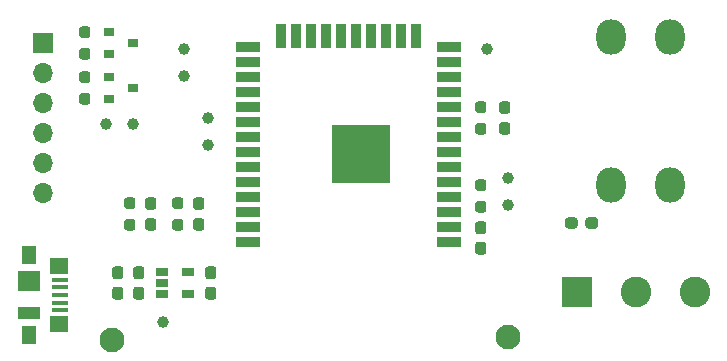
<source format=gts>
%TF.GenerationSoftware,KiCad,Pcbnew,(5.1.10)-1*%
%TF.CreationDate,2021-09-30T00:23:06-04:00*%
%TF.ProjectId,soil_sensor,736f696c-5f73-4656-9e73-6f722e6b6963,rev?*%
%TF.SameCoordinates,Original*%
%TF.FileFunction,Soldermask,Top*%
%TF.FilePolarity,Negative*%
%FSLAX46Y46*%
G04 Gerber Fmt 4.6, Leading zero omitted, Abs format (unit mm)*
G04 Created by KiCad (PCBNEW (5.1.10)-1) date 2021-09-30 00:23:06*
%MOMM*%
%LPD*%
G01*
G04 APERTURE LIST*
%ADD10R,0.900000X0.800000*%
%ADD11C,2.100000*%
%ADD12C,1.000000*%
%ADD13O,1.700000X1.700000*%
%ADD14R,1.700000X1.700000*%
%ADD15R,1.060000X0.650000*%
%ADD16R,2.000000X0.900000*%
%ADD17R,0.900000X2.000000*%
%ADD18R,5.000000X5.000000*%
%ADD19O,2.500000X3.000000*%
%ADD20C,2.600000*%
%ADD21R,2.600000X2.600000*%
%ADD22R,1.900000X1.000000*%
%ADD23R,1.900000X1.800000*%
%ADD24R,1.300000X1.650000*%
%ADD25R,1.550000X1.425000*%
%ADD26R,1.380000X0.450000*%
G04 APERTURE END LIST*
D10*
%TO.C,Q2*%
X133334000Y-110744000D03*
X131334000Y-111694000D03*
X131334000Y-109794000D03*
%TD*%
D11*
%TO.C,H2*%
X165100000Y-131826000D03*
%TD*%
%TO.C,H1*%
X131572000Y-132080000D03*
%TD*%
D12*
%TO.C,TP10*%
X163322000Y-107442000D03*
%TD*%
%TO.C,TP9*%
X165100000Y-120650000D03*
%TD*%
%TO.C,TP8*%
X137668000Y-109728000D03*
%TD*%
%TO.C,TP7*%
X131064000Y-113792000D03*
%TD*%
%TO.C,TP6*%
X133350000Y-113792000D03*
%TD*%
%TO.C,TP5*%
X137668000Y-107442000D03*
%TD*%
%TO.C,TP4*%
X139700000Y-113284000D03*
%TD*%
%TO.C,TP3*%
X139700000Y-115570000D03*
%TD*%
%TO.C,TP2*%
X165100000Y-118364000D03*
%TD*%
%TO.C,TP1*%
X135890000Y-130556000D03*
%TD*%
D10*
%TO.C,Q1*%
X133334000Y-106934000D03*
X131334000Y-107884000D03*
X131334000Y-105984000D03*
%TD*%
D13*
%TO.C,J3*%
X125730000Y-119634000D03*
X125730000Y-117094000D03*
X125730000Y-114554000D03*
X125730000Y-112014000D03*
X125730000Y-109474000D03*
D14*
X125730000Y-106934000D03*
%TD*%
%TO.C,C2*%
G36*
G01*
X132317500Y-126929000D02*
X131842500Y-126929000D01*
G75*
G02*
X131605000Y-126691500I0J237500D01*
G01*
X131605000Y-126091500D01*
G75*
G02*
X131842500Y-125854000I237500J0D01*
G01*
X132317500Y-125854000D01*
G75*
G02*
X132555000Y-126091500I0J-237500D01*
G01*
X132555000Y-126691500D01*
G75*
G02*
X132317500Y-126929000I-237500J0D01*
G01*
G37*
G36*
G01*
X132317500Y-128654000D02*
X131842500Y-128654000D01*
G75*
G02*
X131605000Y-128416500I0J237500D01*
G01*
X131605000Y-127816500D01*
G75*
G02*
X131842500Y-127579000I237500J0D01*
G01*
X132317500Y-127579000D01*
G75*
G02*
X132555000Y-127816500I0J-237500D01*
G01*
X132555000Y-128416500D01*
G75*
G02*
X132317500Y-128654000I-237500J0D01*
G01*
G37*
%TD*%
D15*
%TO.C,U3*%
X138006000Y-126304000D03*
X138006000Y-128204000D03*
X135806000Y-128204000D03*
X135806000Y-127254000D03*
X135806000Y-126304000D03*
%TD*%
D16*
%TO.C,U1*%
X143138000Y-123825000D03*
X143138000Y-122555000D03*
X143138000Y-121285000D03*
X143138000Y-120015000D03*
X143138000Y-118745000D03*
X143138000Y-117475000D03*
X143138000Y-116205000D03*
X143138000Y-114935000D03*
X143138000Y-113665000D03*
X143138000Y-112395000D03*
X143138000Y-111125000D03*
X143138000Y-109855000D03*
X143138000Y-108585000D03*
X143138000Y-107315000D03*
D17*
X145923000Y-106315000D03*
X147193000Y-106315000D03*
X148463000Y-106315000D03*
X149733000Y-106315000D03*
X151003000Y-106315000D03*
X152273000Y-106315000D03*
X153543000Y-106315000D03*
X154813000Y-106315000D03*
X156083000Y-106315000D03*
X157353000Y-106315000D03*
D16*
X160138000Y-107315000D03*
X160138000Y-108585000D03*
X160138000Y-109855000D03*
X160138000Y-111125000D03*
X160138000Y-112395000D03*
X160138000Y-113665000D03*
X160138000Y-114935000D03*
X160138000Y-116205000D03*
X160138000Y-117475000D03*
X160138000Y-118745000D03*
X160138000Y-120015000D03*
X160138000Y-121285000D03*
X160138000Y-122555000D03*
X160138000Y-123825000D03*
D18*
X152638000Y-116325000D03*
%TD*%
D19*
%TO.C,SW1*%
X173816000Y-106426000D03*
X178816000Y-106426000D03*
X173816000Y-118926000D03*
X178816000Y-118926000D03*
%TD*%
%TO.C,R6*%
G36*
G01*
X163051500Y-112859000D02*
X162576500Y-112859000D01*
G75*
G02*
X162339000Y-112621500I0J237500D01*
G01*
X162339000Y-112121500D01*
G75*
G02*
X162576500Y-111884000I237500J0D01*
G01*
X163051500Y-111884000D01*
G75*
G02*
X163289000Y-112121500I0J-237500D01*
G01*
X163289000Y-112621500D01*
G75*
G02*
X163051500Y-112859000I-237500J0D01*
G01*
G37*
G36*
G01*
X163051500Y-114684000D02*
X162576500Y-114684000D01*
G75*
G02*
X162339000Y-114446500I0J237500D01*
G01*
X162339000Y-113946500D01*
G75*
G02*
X162576500Y-113709000I237500J0D01*
G01*
X163051500Y-113709000D01*
G75*
G02*
X163289000Y-113946500I0J-237500D01*
G01*
X163289000Y-114446500D01*
G75*
G02*
X163051500Y-114684000I-237500J0D01*
G01*
G37*
%TD*%
%TO.C,R5*%
G36*
G01*
X137397500Y-120987000D02*
X136922500Y-120987000D01*
G75*
G02*
X136685000Y-120749500I0J237500D01*
G01*
X136685000Y-120249500D01*
G75*
G02*
X136922500Y-120012000I237500J0D01*
G01*
X137397500Y-120012000D01*
G75*
G02*
X137635000Y-120249500I0J-237500D01*
G01*
X137635000Y-120749500D01*
G75*
G02*
X137397500Y-120987000I-237500J0D01*
G01*
G37*
G36*
G01*
X137397500Y-122812000D02*
X136922500Y-122812000D01*
G75*
G02*
X136685000Y-122574500I0J237500D01*
G01*
X136685000Y-122074500D01*
G75*
G02*
X136922500Y-121837000I237500J0D01*
G01*
X137397500Y-121837000D01*
G75*
G02*
X137635000Y-122074500I0J-237500D01*
G01*
X137635000Y-122574500D01*
G75*
G02*
X137397500Y-122812000I-237500J0D01*
G01*
G37*
%TD*%
%TO.C,R4*%
G36*
G01*
X133333500Y-120987000D02*
X132858500Y-120987000D01*
G75*
G02*
X132621000Y-120749500I0J237500D01*
G01*
X132621000Y-120249500D01*
G75*
G02*
X132858500Y-120012000I237500J0D01*
G01*
X133333500Y-120012000D01*
G75*
G02*
X133571000Y-120249500I0J-237500D01*
G01*
X133571000Y-120749500D01*
G75*
G02*
X133333500Y-120987000I-237500J0D01*
G01*
G37*
G36*
G01*
X133333500Y-122812000D02*
X132858500Y-122812000D01*
G75*
G02*
X132621000Y-122574500I0J237500D01*
G01*
X132621000Y-122074500D01*
G75*
G02*
X132858500Y-121837000I237500J0D01*
G01*
X133333500Y-121837000D01*
G75*
G02*
X133571000Y-122074500I0J-237500D01*
G01*
X133571000Y-122574500D01*
G75*
G02*
X133333500Y-122812000I-237500J0D01*
G01*
G37*
%TD*%
%TO.C,R3*%
G36*
G01*
X162576500Y-120313000D02*
X163051500Y-120313000D01*
G75*
G02*
X163289000Y-120550500I0J-237500D01*
G01*
X163289000Y-121050500D01*
G75*
G02*
X163051500Y-121288000I-237500J0D01*
G01*
X162576500Y-121288000D01*
G75*
G02*
X162339000Y-121050500I0J237500D01*
G01*
X162339000Y-120550500D01*
G75*
G02*
X162576500Y-120313000I237500J0D01*
G01*
G37*
G36*
G01*
X162576500Y-118488000D02*
X163051500Y-118488000D01*
G75*
G02*
X163289000Y-118725500I0J-237500D01*
G01*
X163289000Y-119225500D01*
G75*
G02*
X163051500Y-119463000I-237500J0D01*
G01*
X162576500Y-119463000D01*
G75*
G02*
X162339000Y-119225500I0J237500D01*
G01*
X162339000Y-118725500D01*
G75*
G02*
X162576500Y-118488000I237500J0D01*
G01*
G37*
%TD*%
%TO.C,R2*%
G36*
G01*
X129523500Y-110319000D02*
X129048500Y-110319000D01*
G75*
G02*
X128811000Y-110081500I0J237500D01*
G01*
X128811000Y-109581500D01*
G75*
G02*
X129048500Y-109344000I237500J0D01*
G01*
X129523500Y-109344000D01*
G75*
G02*
X129761000Y-109581500I0J-237500D01*
G01*
X129761000Y-110081500D01*
G75*
G02*
X129523500Y-110319000I-237500J0D01*
G01*
G37*
G36*
G01*
X129523500Y-112144000D02*
X129048500Y-112144000D01*
G75*
G02*
X128811000Y-111906500I0J237500D01*
G01*
X128811000Y-111406500D01*
G75*
G02*
X129048500Y-111169000I237500J0D01*
G01*
X129523500Y-111169000D01*
G75*
G02*
X129761000Y-111406500I0J-237500D01*
G01*
X129761000Y-111906500D01*
G75*
G02*
X129523500Y-112144000I-237500J0D01*
G01*
G37*
%TD*%
%TO.C,R1*%
G36*
G01*
X129048500Y-107359000D02*
X129523500Y-107359000D01*
G75*
G02*
X129761000Y-107596500I0J-237500D01*
G01*
X129761000Y-108096500D01*
G75*
G02*
X129523500Y-108334000I-237500J0D01*
G01*
X129048500Y-108334000D01*
G75*
G02*
X128811000Y-108096500I0J237500D01*
G01*
X128811000Y-107596500D01*
G75*
G02*
X129048500Y-107359000I237500J0D01*
G01*
G37*
G36*
G01*
X129048500Y-105534000D02*
X129523500Y-105534000D01*
G75*
G02*
X129761000Y-105771500I0J-237500D01*
G01*
X129761000Y-106271500D01*
G75*
G02*
X129523500Y-106509000I-237500J0D01*
G01*
X129048500Y-106509000D01*
G75*
G02*
X128811000Y-106271500I0J237500D01*
G01*
X128811000Y-105771500D01*
G75*
G02*
X129048500Y-105534000I237500J0D01*
G01*
G37*
%TD*%
D20*
%TO.C,J2*%
X180942000Y-128016000D03*
X175942000Y-128016000D03*
D21*
X170942000Y-128016000D03*
%TD*%
D22*
%TO.C,J1*%
X124530000Y-129820000D03*
D23*
X124530000Y-127120000D03*
D24*
X124530000Y-131645000D03*
X124530000Y-124895000D03*
D25*
X127105000Y-130757500D03*
X127105000Y-125782500D03*
D26*
X127190000Y-129570000D03*
X127190000Y-128920000D03*
X127190000Y-128270000D03*
X127190000Y-127620000D03*
X127190000Y-126970000D03*
%TD*%
%TO.C,D3*%
G36*
G01*
X164608500Y-113634000D02*
X165083500Y-113634000D01*
G75*
G02*
X165321000Y-113871500I0J-237500D01*
G01*
X165321000Y-114446500D01*
G75*
G02*
X165083500Y-114684000I-237500J0D01*
G01*
X164608500Y-114684000D01*
G75*
G02*
X164371000Y-114446500I0J237500D01*
G01*
X164371000Y-113871500D01*
G75*
G02*
X164608500Y-113634000I237500J0D01*
G01*
G37*
G36*
G01*
X164608500Y-111884000D02*
X165083500Y-111884000D01*
G75*
G02*
X165321000Y-112121500I0J-237500D01*
G01*
X165321000Y-112696500D01*
G75*
G02*
X165083500Y-112934000I-237500J0D01*
G01*
X164608500Y-112934000D01*
G75*
G02*
X164371000Y-112696500I0J237500D01*
G01*
X164371000Y-112121500D01*
G75*
G02*
X164608500Y-111884000I237500J0D01*
G01*
G37*
%TD*%
%TO.C,D2*%
G36*
G01*
X139175500Y-121062000D02*
X138700500Y-121062000D01*
G75*
G02*
X138463000Y-120824500I0J237500D01*
G01*
X138463000Y-120249500D01*
G75*
G02*
X138700500Y-120012000I237500J0D01*
G01*
X139175500Y-120012000D01*
G75*
G02*
X139413000Y-120249500I0J-237500D01*
G01*
X139413000Y-120824500D01*
G75*
G02*
X139175500Y-121062000I-237500J0D01*
G01*
G37*
G36*
G01*
X139175500Y-122812000D02*
X138700500Y-122812000D01*
G75*
G02*
X138463000Y-122574500I0J237500D01*
G01*
X138463000Y-121999500D01*
G75*
G02*
X138700500Y-121762000I237500J0D01*
G01*
X139175500Y-121762000D01*
G75*
G02*
X139413000Y-121999500I0J-237500D01*
G01*
X139413000Y-122574500D01*
G75*
G02*
X139175500Y-122812000I-237500J0D01*
G01*
G37*
%TD*%
%TO.C,D1*%
G36*
G01*
X135111500Y-121062000D02*
X134636500Y-121062000D01*
G75*
G02*
X134399000Y-120824500I0J237500D01*
G01*
X134399000Y-120249500D01*
G75*
G02*
X134636500Y-120012000I237500J0D01*
G01*
X135111500Y-120012000D01*
G75*
G02*
X135349000Y-120249500I0J-237500D01*
G01*
X135349000Y-120824500D01*
G75*
G02*
X135111500Y-121062000I-237500J0D01*
G01*
G37*
G36*
G01*
X135111500Y-122812000D02*
X134636500Y-122812000D01*
G75*
G02*
X134399000Y-122574500I0J237500D01*
G01*
X134399000Y-121999500D01*
G75*
G02*
X134636500Y-121762000I237500J0D01*
G01*
X135111500Y-121762000D01*
G75*
G02*
X135349000Y-121999500I0J-237500D01*
G01*
X135349000Y-122574500D01*
G75*
G02*
X135111500Y-122812000I-237500J0D01*
G01*
G37*
%TD*%
%TO.C,C5*%
G36*
G01*
X171024500Y-121936500D02*
X171024500Y-122411500D01*
G75*
G02*
X170787000Y-122649000I-237500J0D01*
G01*
X170187000Y-122649000D01*
G75*
G02*
X169949500Y-122411500I0J237500D01*
G01*
X169949500Y-121936500D01*
G75*
G02*
X170187000Y-121699000I237500J0D01*
G01*
X170787000Y-121699000D01*
G75*
G02*
X171024500Y-121936500I0J-237500D01*
G01*
G37*
G36*
G01*
X172749500Y-121936500D02*
X172749500Y-122411500D01*
G75*
G02*
X172512000Y-122649000I-237500J0D01*
G01*
X171912000Y-122649000D01*
G75*
G02*
X171674500Y-122411500I0J237500D01*
G01*
X171674500Y-121936500D01*
G75*
G02*
X171912000Y-121699000I237500J0D01*
G01*
X172512000Y-121699000D01*
G75*
G02*
X172749500Y-121936500I0J-237500D01*
G01*
G37*
%TD*%
%TO.C,C4*%
G36*
G01*
X163051500Y-123119000D02*
X162576500Y-123119000D01*
G75*
G02*
X162339000Y-122881500I0J237500D01*
G01*
X162339000Y-122281500D01*
G75*
G02*
X162576500Y-122044000I237500J0D01*
G01*
X163051500Y-122044000D01*
G75*
G02*
X163289000Y-122281500I0J-237500D01*
G01*
X163289000Y-122881500D01*
G75*
G02*
X163051500Y-123119000I-237500J0D01*
G01*
G37*
G36*
G01*
X163051500Y-124844000D02*
X162576500Y-124844000D01*
G75*
G02*
X162339000Y-124606500I0J237500D01*
G01*
X162339000Y-124006500D01*
G75*
G02*
X162576500Y-123769000I237500J0D01*
G01*
X163051500Y-123769000D01*
G75*
G02*
X163289000Y-124006500I0J-237500D01*
G01*
X163289000Y-124606500D01*
G75*
G02*
X163051500Y-124844000I-237500J0D01*
G01*
G37*
%TD*%
%TO.C,C3*%
G36*
G01*
X140191500Y-126929000D02*
X139716500Y-126929000D01*
G75*
G02*
X139479000Y-126691500I0J237500D01*
G01*
X139479000Y-126091500D01*
G75*
G02*
X139716500Y-125854000I237500J0D01*
G01*
X140191500Y-125854000D01*
G75*
G02*
X140429000Y-126091500I0J-237500D01*
G01*
X140429000Y-126691500D01*
G75*
G02*
X140191500Y-126929000I-237500J0D01*
G01*
G37*
G36*
G01*
X140191500Y-128654000D02*
X139716500Y-128654000D01*
G75*
G02*
X139479000Y-128416500I0J237500D01*
G01*
X139479000Y-127816500D01*
G75*
G02*
X139716500Y-127579000I237500J0D01*
G01*
X140191500Y-127579000D01*
G75*
G02*
X140429000Y-127816500I0J-237500D01*
G01*
X140429000Y-128416500D01*
G75*
G02*
X140191500Y-128654000I-237500J0D01*
G01*
G37*
%TD*%
%TO.C,C1*%
G36*
G01*
X134095500Y-126929000D02*
X133620500Y-126929000D01*
G75*
G02*
X133383000Y-126691500I0J237500D01*
G01*
X133383000Y-126091500D01*
G75*
G02*
X133620500Y-125854000I237500J0D01*
G01*
X134095500Y-125854000D01*
G75*
G02*
X134333000Y-126091500I0J-237500D01*
G01*
X134333000Y-126691500D01*
G75*
G02*
X134095500Y-126929000I-237500J0D01*
G01*
G37*
G36*
G01*
X134095500Y-128654000D02*
X133620500Y-128654000D01*
G75*
G02*
X133383000Y-128416500I0J237500D01*
G01*
X133383000Y-127816500D01*
G75*
G02*
X133620500Y-127579000I237500J0D01*
G01*
X134095500Y-127579000D01*
G75*
G02*
X134333000Y-127816500I0J-237500D01*
G01*
X134333000Y-128416500D01*
G75*
G02*
X134095500Y-128654000I-237500J0D01*
G01*
G37*
%TD*%
M02*

</source>
